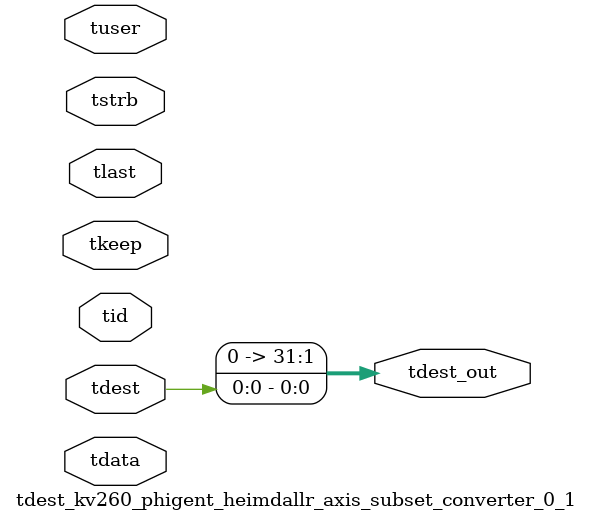
<source format=v>


`timescale 1ps/1ps

module tdest_kv260_phigent_heimdallr_axis_subset_converter_0_1 #
(
parameter C_S_AXIS_TDATA_WIDTH = 32,
parameter C_S_AXIS_TUSER_WIDTH = 0,
parameter C_S_AXIS_TID_WIDTH   = 0,
parameter C_S_AXIS_TDEST_WIDTH = 0,
parameter C_M_AXIS_TDEST_WIDTH = 32
)
(
input  [(C_S_AXIS_TDATA_WIDTH == 0 ? 1 : C_S_AXIS_TDATA_WIDTH)-1:0     ] tdata,
input  [(C_S_AXIS_TUSER_WIDTH == 0 ? 1 : C_S_AXIS_TUSER_WIDTH)-1:0     ] tuser,
input  [(C_S_AXIS_TID_WIDTH   == 0 ? 1 : C_S_AXIS_TID_WIDTH)-1:0       ] tid,
input  [(C_S_AXIS_TDEST_WIDTH == 0 ? 1 : C_S_AXIS_TDEST_WIDTH)-1:0     ] tdest,
input  [(C_S_AXIS_TDATA_WIDTH/8)-1:0 ] tkeep,
input  [(C_S_AXIS_TDATA_WIDTH/8)-1:0 ] tstrb,
input                                                                    tlast,
output [C_M_AXIS_TDEST_WIDTH-1:0] tdest_out
);

assign tdest_out = {tdest[0:0]};

endmodule


</source>
